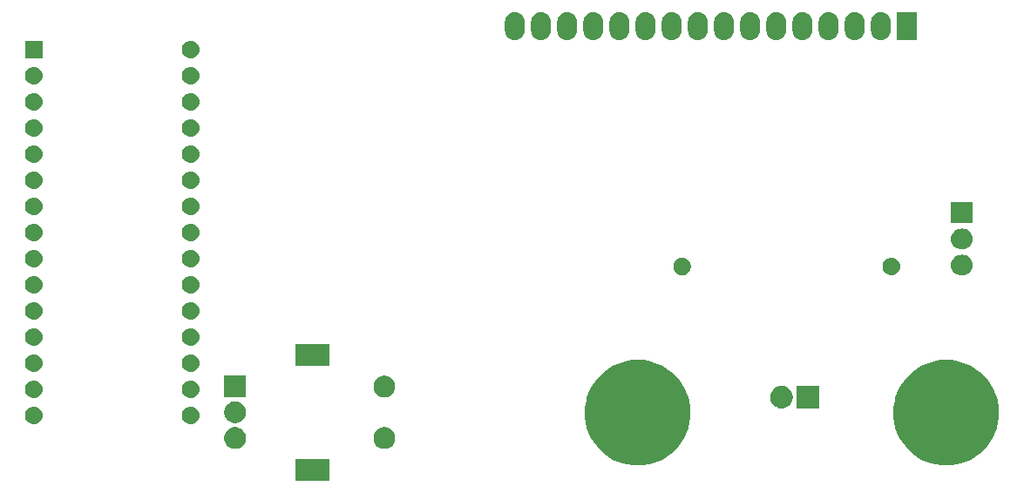
<source format=gbr>
G04 #@! TF.GenerationSoftware,KiCad,Pcbnew,(5.1.2)-1*
G04 #@! TF.CreationDate,2020-03-13T00:19:03-07:00*
G04 #@! TF.ProjectId,progrmmable-load,70726f67-726d-46d6-9162-6c652d6c6f61,rev?*
G04 #@! TF.SameCoordinates,Original*
G04 #@! TF.FileFunction,Soldermask,Bot*
G04 #@! TF.FilePolarity,Negative*
%FSLAX46Y46*%
G04 Gerber Fmt 4.6, Leading zero omitted, Abs format (unit mm)*
G04 Created by KiCad (PCBNEW (5.1.2)-1) date 2020-03-13 00:19:03*
%MOMM*%
%LPD*%
G04 APERTURE LIST*
%ADD10C,0.100000*%
G04 APERTURE END LIST*
D10*
G36*
X120149000Y-145422000D02*
G01*
X116847000Y-145422000D01*
X116847000Y-143320000D01*
X120149000Y-143320000D01*
X120149000Y-145422000D01*
X120149000Y-145422000D01*
G37*
G36*
X181087008Y-133778590D02*
G01*
X181582658Y-133877181D01*
X182516440Y-134263967D01*
X183356822Y-134825492D01*
X184071508Y-135540178D01*
X184633033Y-136380560D01*
X185019819Y-137314342D01*
X185078261Y-137608150D01*
X185217000Y-138305639D01*
X185217000Y-139316361D01*
X185140215Y-139702384D01*
X185019819Y-140307658D01*
X184633033Y-141241440D01*
X184071508Y-142081822D01*
X183356822Y-142796508D01*
X182516440Y-143358033D01*
X181582658Y-143744819D01*
X181087009Y-143843409D01*
X180591361Y-143942000D01*
X179580639Y-143942000D01*
X179084991Y-143843409D01*
X178589342Y-143744819D01*
X177655560Y-143358033D01*
X176815178Y-142796508D01*
X176100492Y-142081822D01*
X175538967Y-141241440D01*
X175152181Y-140307658D01*
X175031785Y-139702384D01*
X174955000Y-139316361D01*
X174955000Y-138305639D01*
X175093739Y-137608150D01*
X175152181Y-137314342D01*
X175538967Y-136380560D01*
X176100492Y-135540178D01*
X176815178Y-134825492D01*
X177655560Y-134263967D01*
X178589342Y-133877181D01*
X179084992Y-133778590D01*
X179580639Y-133680000D01*
X180591361Y-133680000D01*
X181087008Y-133778590D01*
X181087008Y-133778590D01*
G37*
G36*
X151117008Y-133778590D02*
G01*
X151612658Y-133877181D01*
X152546440Y-134263967D01*
X153386822Y-134825492D01*
X154101508Y-135540178D01*
X154663033Y-136380560D01*
X155049819Y-137314342D01*
X155108261Y-137608150D01*
X155247000Y-138305639D01*
X155247000Y-139316361D01*
X155170215Y-139702384D01*
X155049819Y-140307658D01*
X154663033Y-141241440D01*
X154101508Y-142081822D01*
X153386822Y-142796508D01*
X152546440Y-143358033D01*
X151612658Y-143744819D01*
X151117009Y-143843409D01*
X150621361Y-143942000D01*
X149610639Y-143942000D01*
X149114991Y-143843409D01*
X148619342Y-143744819D01*
X147685560Y-143358033D01*
X146845178Y-142796508D01*
X146130492Y-142081822D01*
X145568967Y-141241440D01*
X145182181Y-140307658D01*
X145061785Y-139702384D01*
X144985000Y-139316361D01*
X144985000Y-138305639D01*
X145123739Y-137608150D01*
X145182181Y-137314342D01*
X145568967Y-136380560D01*
X146130492Y-135540178D01*
X146845178Y-134825492D01*
X147685560Y-134263967D01*
X148619342Y-133877181D01*
X149114992Y-133778590D01*
X149610639Y-133680000D01*
X150621361Y-133680000D01*
X151117008Y-133778590D01*
X151117008Y-133778590D01*
G37*
G36*
X111304564Y-140260389D02*
G01*
X111495833Y-140339615D01*
X111495835Y-140339616D01*
X111667973Y-140454635D01*
X111814365Y-140601027D01*
X111929385Y-140773167D01*
X112008611Y-140964436D01*
X112049000Y-141167484D01*
X112049000Y-141374516D01*
X112008611Y-141577564D01*
X111929385Y-141768833D01*
X111929384Y-141768835D01*
X111814365Y-141940973D01*
X111667973Y-142087365D01*
X111495835Y-142202384D01*
X111495834Y-142202385D01*
X111495833Y-142202385D01*
X111304564Y-142281611D01*
X111101516Y-142322000D01*
X110894484Y-142322000D01*
X110691436Y-142281611D01*
X110500167Y-142202385D01*
X110500166Y-142202385D01*
X110500165Y-142202384D01*
X110328027Y-142087365D01*
X110181635Y-141940973D01*
X110066616Y-141768835D01*
X110066615Y-141768833D01*
X109987389Y-141577564D01*
X109947000Y-141374516D01*
X109947000Y-141167484D01*
X109987389Y-140964436D01*
X110066615Y-140773167D01*
X110181635Y-140601027D01*
X110328027Y-140454635D01*
X110500165Y-140339616D01*
X110500167Y-140339615D01*
X110691436Y-140260389D01*
X110894484Y-140220000D01*
X111101516Y-140220000D01*
X111304564Y-140260389D01*
X111304564Y-140260389D01*
G37*
G36*
X125804564Y-140260389D02*
G01*
X125995833Y-140339615D01*
X125995835Y-140339616D01*
X126167973Y-140454635D01*
X126314365Y-140601027D01*
X126429385Y-140773167D01*
X126508611Y-140964436D01*
X126549000Y-141167484D01*
X126549000Y-141374516D01*
X126508611Y-141577564D01*
X126429385Y-141768833D01*
X126429384Y-141768835D01*
X126314365Y-141940973D01*
X126167973Y-142087365D01*
X125995835Y-142202384D01*
X125995834Y-142202385D01*
X125995833Y-142202385D01*
X125804564Y-142281611D01*
X125601516Y-142322000D01*
X125394484Y-142322000D01*
X125191436Y-142281611D01*
X125000167Y-142202385D01*
X125000166Y-142202385D01*
X125000165Y-142202384D01*
X124828027Y-142087365D01*
X124681635Y-141940973D01*
X124566616Y-141768835D01*
X124566615Y-141768833D01*
X124487389Y-141577564D01*
X124447000Y-141374516D01*
X124447000Y-141167484D01*
X124487389Y-140964436D01*
X124566615Y-140773167D01*
X124681635Y-140601027D01*
X124828027Y-140454635D01*
X125000165Y-140339616D01*
X125000167Y-140339615D01*
X125191436Y-140260389D01*
X125394484Y-140220000D01*
X125601516Y-140220000D01*
X125804564Y-140260389D01*
X125804564Y-140260389D01*
G37*
G36*
X91606823Y-138226313D02*
G01*
X91767242Y-138274976D01*
X91899537Y-138345689D01*
X91915078Y-138353996D01*
X92044659Y-138460341D01*
X92151004Y-138589922D01*
X92151005Y-138589924D01*
X92230024Y-138737758D01*
X92278687Y-138898177D01*
X92295117Y-139065000D01*
X92278687Y-139231823D01*
X92230024Y-139392242D01*
X92159114Y-139524906D01*
X92151004Y-139540078D01*
X92044659Y-139669659D01*
X91915078Y-139776004D01*
X91915076Y-139776005D01*
X91767242Y-139855024D01*
X91606823Y-139903687D01*
X91481804Y-139916000D01*
X91398196Y-139916000D01*
X91273177Y-139903687D01*
X91112758Y-139855024D01*
X90964924Y-139776005D01*
X90964922Y-139776004D01*
X90835341Y-139669659D01*
X90728996Y-139540078D01*
X90720886Y-139524906D01*
X90649976Y-139392242D01*
X90601313Y-139231823D01*
X90584883Y-139065000D01*
X90601313Y-138898177D01*
X90649976Y-138737758D01*
X90728995Y-138589924D01*
X90728996Y-138589922D01*
X90835341Y-138460341D01*
X90964922Y-138353996D01*
X90980463Y-138345689D01*
X91112758Y-138274976D01*
X91273177Y-138226313D01*
X91398196Y-138214000D01*
X91481804Y-138214000D01*
X91606823Y-138226313D01*
X91606823Y-138226313D01*
G37*
G36*
X106846823Y-138226313D02*
G01*
X107007242Y-138274976D01*
X107139537Y-138345689D01*
X107155078Y-138353996D01*
X107284659Y-138460341D01*
X107391004Y-138589922D01*
X107391005Y-138589924D01*
X107470024Y-138737758D01*
X107518687Y-138898177D01*
X107535117Y-139065000D01*
X107518687Y-139231823D01*
X107470024Y-139392242D01*
X107399114Y-139524906D01*
X107391004Y-139540078D01*
X107284659Y-139669659D01*
X107155078Y-139776004D01*
X107155076Y-139776005D01*
X107007242Y-139855024D01*
X106846823Y-139903687D01*
X106721804Y-139916000D01*
X106638196Y-139916000D01*
X106513177Y-139903687D01*
X106352758Y-139855024D01*
X106204924Y-139776005D01*
X106204922Y-139776004D01*
X106075341Y-139669659D01*
X105968996Y-139540078D01*
X105960886Y-139524906D01*
X105889976Y-139392242D01*
X105841313Y-139231823D01*
X105824883Y-139065000D01*
X105841313Y-138898177D01*
X105889976Y-138737758D01*
X105968995Y-138589924D01*
X105968996Y-138589922D01*
X106075341Y-138460341D01*
X106204922Y-138353996D01*
X106220463Y-138345689D01*
X106352758Y-138274976D01*
X106513177Y-138226313D01*
X106638196Y-138214000D01*
X106721804Y-138214000D01*
X106846823Y-138226313D01*
X106846823Y-138226313D01*
G37*
G36*
X111304564Y-137760389D02*
G01*
X111495833Y-137839615D01*
X111495835Y-137839616D01*
X111667973Y-137954635D01*
X111814365Y-138101027D01*
X111929385Y-138273167D01*
X112008611Y-138464436D01*
X112049000Y-138667484D01*
X112049000Y-138874516D01*
X112008611Y-139077564D01*
X111944715Y-139231823D01*
X111929384Y-139268835D01*
X111814365Y-139440973D01*
X111667973Y-139587365D01*
X111495835Y-139702384D01*
X111495834Y-139702385D01*
X111495833Y-139702385D01*
X111304564Y-139781611D01*
X111101516Y-139822000D01*
X110894484Y-139822000D01*
X110691436Y-139781611D01*
X110500167Y-139702385D01*
X110500166Y-139702385D01*
X110500165Y-139702384D01*
X110328027Y-139587365D01*
X110181635Y-139440973D01*
X110066616Y-139268835D01*
X110051285Y-139231823D01*
X109987389Y-139077564D01*
X109947000Y-138874516D01*
X109947000Y-138667484D01*
X109987389Y-138464436D01*
X110066615Y-138273167D01*
X110181635Y-138101027D01*
X110328027Y-137954635D01*
X110500165Y-137839616D01*
X110500167Y-137839615D01*
X110691436Y-137760389D01*
X110894484Y-137720000D01*
X111101516Y-137720000D01*
X111304564Y-137760389D01*
X111304564Y-137760389D01*
G37*
G36*
X167725000Y-138388000D02*
G01*
X165523000Y-138388000D01*
X165523000Y-136186000D01*
X167725000Y-136186000D01*
X167725000Y-138388000D01*
X167725000Y-138388000D01*
G37*
G36*
X164298794Y-136207155D02*
G01*
X164405150Y-136228311D01*
X164505334Y-136269809D01*
X164605520Y-136311307D01*
X164785844Y-136431795D01*
X164939205Y-136585156D01*
X165059693Y-136765480D01*
X165095630Y-136852239D01*
X165132385Y-136940973D01*
X165142689Y-136965851D01*
X165185000Y-137178560D01*
X165185000Y-137395440D01*
X165142689Y-137608149D01*
X165059693Y-137808520D01*
X164939205Y-137988844D01*
X164785844Y-138142205D01*
X164605520Y-138262693D01*
X164405150Y-138345689D01*
X164298795Y-138366844D01*
X164192440Y-138388000D01*
X163975560Y-138388000D01*
X163869205Y-138366844D01*
X163762850Y-138345689D01*
X163562480Y-138262693D01*
X163382156Y-138142205D01*
X163228795Y-137988844D01*
X163108307Y-137808520D01*
X163025311Y-137608149D01*
X162983000Y-137395440D01*
X162983000Y-137178560D01*
X163025311Y-136965851D01*
X163035616Y-136940973D01*
X163072370Y-136852239D01*
X163108307Y-136765480D01*
X163228795Y-136585156D01*
X163382156Y-136431795D01*
X163562480Y-136311307D01*
X163662666Y-136269809D01*
X163762850Y-136228311D01*
X163869206Y-136207155D01*
X163975560Y-136186000D01*
X164192440Y-136186000D01*
X164298794Y-136207155D01*
X164298794Y-136207155D01*
G37*
G36*
X106846823Y-135686313D02*
G01*
X107007242Y-135734976D01*
X107078692Y-135773167D01*
X107155078Y-135813996D01*
X107284659Y-135920341D01*
X107391004Y-136049922D01*
X107391005Y-136049924D01*
X107470024Y-136197758D01*
X107518687Y-136358177D01*
X107535117Y-136525000D01*
X107518687Y-136691823D01*
X107470024Y-136852242D01*
X107422596Y-136940973D01*
X107391004Y-137000078D01*
X107284659Y-137129659D01*
X107155078Y-137236004D01*
X107155076Y-137236005D01*
X107007242Y-137315024D01*
X106846823Y-137363687D01*
X106721804Y-137376000D01*
X106638196Y-137376000D01*
X106513177Y-137363687D01*
X106352758Y-137315024D01*
X106204924Y-137236005D01*
X106204922Y-137236004D01*
X106075341Y-137129659D01*
X105968996Y-137000078D01*
X105937404Y-136940973D01*
X105889976Y-136852242D01*
X105841313Y-136691823D01*
X105824883Y-136525000D01*
X105841313Y-136358177D01*
X105889976Y-136197758D01*
X105968995Y-136049924D01*
X105968996Y-136049922D01*
X106075341Y-135920341D01*
X106204922Y-135813996D01*
X106281308Y-135773167D01*
X106352758Y-135734976D01*
X106513177Y-135686313D01*
X106638196Y-135674000D01*
X106721804Y-135674000D01*
X106846823Y-135686313D01*
X106846823Y-135686313D01*
G37*
G36*
X91606823Y-135686313D02*
G01*
X91767242Y-135734976D01*
X91838692Y-135773167D01*
X91915078Y-135813996D01*
X92044659Y-135920341D01*
X92151004Y-136049922D01*
X92151005Y-136049924D01*
X92230024Y-136197758D01*
X92278687Y-136358177D01*
X92295117Y-136525000D01*
X92278687Y-136691823D01*
X92230024Y-136852242D01*
X92182596Y-136940973D01*
X92151004Y-137000078D01*
X92044659Y-137129659D01*
X91915078Y-137236004D01*
X91915076Y-137236005D01*
X91767242Y-137315024D01*
X91606823Y-137363687D01*
X91481804Y-137376000D01*
X91398196Y-137376000D01*
X91273177Y-137363687D01*
X91112758Y-137315024D01*
X90964924Y-137236005D01*
X90964922Y-137236004D01*
X90835341Y-137129659D01*
X90728996Y-137000078D01*
X90697404Y-136940973D01*
X90649976Y-136852242D01*
X90601313Y-136691823D01*
X90584883Y-136525000D01*
X90601313Y-136358177D01*
X90649976Y-136197758D01*
X90728995Y-136049924D01*
X90728996Y-136049922D01*
X90835341Y-135920341D01*
X90964922Y-135813996D01*
X91041308Y-135773167D01*
X91112758Y-135734976D01*
X91273177Y-135686313D01*
X91398196Y-135674000D01*
X91481804Y-135674000D01*
X91606823Y-135686313D01*
X91606823Y-135686313D01*
G37*
G36*
X112049000Y-137322000D02*
G01*
X109947000Y-137322000D01*
X109947000Y-135220000D01*
X112049000Y-135220000D01*
X112049000Y-137322000D01*
X112049000Y-137322000D01*
G37*
G36*
X125804564Y-135260389D02*
G01*
X125995833Y-135339615D01*
X125995835Y-135339616D01*
X126167973Y-135454635D01*
X126314365Y-135601027D01*
X126429385Y-135773167D01*
X126508611Y-135964436D01*
X126549000Y-136167484D01*
X126549000Y-136374516D01*
X126508611Y-136577564D01*
X126430774Y-136765480D01*
X126429384Y-136768835D01*
X126314365Y-136940973D01*
X126167973Y-137087365D01*
X125995835Y-137202384D01*
X125995834Y-137202385D01*
X125995833Y-137202385D01*
X125804564Y-137281611D01*
X125601516Y-137322000D01*
X125394484Y-137322000D01*
X125191436Y-137281611D01*
X125000167Y-137202385D01*
X125000166Y-137202385D01*
X125000165Y-137202384D01*
X124828027Y-137087365D01*
X124681635Y-136940973D01*
X124566616Y-136768835D01*
X124565226Y-136765480D01*
X124487389Y-136577564D01*
X124447000Y-136374516D01*
X124447000Y-136167484D01*
X124487389Y-135964436D01*
X124566615Y-135773167D01*
X124681635Y-135601027D01*
X124828027Y-135454635D01*
X125000165Y-135339616D01*
X125000167Y-135339615D01*
X125191436Y-135260389D01*
X125394484Y-135220000D01*
X125601516Y-135220000D01*
X125804564Y-135260389D01*
X125804564Y-135260389D01*
G37*
G36*
X91606823Y-133146313D02*
G01*
X91767242Y-133194976D01*
X91899906Y-133265886D01*
X91915078Y-133273996D01*
X92044659Y-133380341D01*
X92151004Y-133509922D01*
X92151005Y-133509924D01*
X92230024Y-133657758D01*
X92278687Y-133818177D01*
X92295117Y-133985000D01*
X92278687Y-134151823D01*
X92230024Y-134312242D01*
X92159114Y-134444906D01*
X92151004Y-134460078D01*
X92044659Y-134589659D01*
X91915078Y-134696004D01*
X91915076Y-134696005D01*
X91767242Y-134775024D01*
X91606823Y-134823687D01*
X91481804Y-134836000D01*
X91398196Y-134836000D01*
X91273177Y-134823687D01*
X91112758Y-134775024D01*
X90964924Y-134696005D01*
X90964922Y-134696004D01*
X90835341Y-134589659D01*
X90728996Y-134460078D01*
X90720886Y-134444906D01*
X90649976Y-134312242D01*
X90601313Y-134151823D01*
X90584883Y-133985000D01*
X90601313Y-133818177D01*
X90649976Y-133657758D01*
X90728995Y-133509924D01*
X90728996Y-133509922D01*
X90835341Y-133380341D01*
X90964922Y-133273996D01*
X90980094Y-133265886D01*
X91112758Y-133194976D01*
X91273177Y-133146313D01*
X91398196Y-133134000D01*
X91481804Y-133134000D01*
X91606823Y-133146313D01*
X91606823Y-133146313D01*
G37*
G36*
X106846823Y-133146313D02*
G01*
X107007242Y-133194976D01*
X107139906Y-133265886D01*
X107155078Y-133273996D01*
X107284659Y-133380341D01*
X107391004Y-133509922D01*
X107391005Y-133509924D01*
X107470024Y-133657758D01*
X107518687Y-133818177D01*
X107535117Y-133985000D01*
X107518687Y-134151823D01*
X107470024Y-134312242D01*
X107399114Y-134444906D01*
X107391004Y-134460078D01*
X107284659Y-134589659D01*
X107155078Y-134696004D01*
X107155076Y-134696005D01*
X107007242Y-134775024D01*
X106846823Y-134823687D01*
X106721804Y-134836000D01*
X106638196Y-134836000D01*
X106513177Y-134823687D01*
X106352758Y-134775024D01*
X106204924Y-134696005D01*
X106204922Y-134696004D01*
X106075341Y-134589659D01*
X105968996Y-134460078D01*
X105960886Y-134444906D01*
X105889976Y-134312242D01*
X105841313Y-134151823D01*
X105824883Y-133985000D01*
X105841313Y-133818177D01*
X105889976Y-133657758D01*
X105968995Y-133509924D01*
X105968996Y-133509922D01*
X106075341Y-133380341D01*
X106204922Y-133273996D01*
X106220094Y-133265886D01*
X106352758Y-133194976D01*
X106513177Y-133146313D01*
X106638196Y-133134000D01*
X106721804Y-133134000D01*
X106846823Y-133146313D01*
X106846823Y-133146313D01*
G37*
G36*
X120149000Y-134222000D02*
G01*
X116847000Y-134222000D01*
X116847000Y-132120000D01*
X120149000Y-132120000D01*
X120149000Y-134222000D01*
X120149000Y-134222000D01*
G37*
G36*
X91606823Y-130606313D02*
G01*
X91767242Y-130654976D01*
X91899906Y-130725886D01*
X91915078Y-130733996D01*
X92044659Y-130840341D01*
X92151004Y-130969922D01*
X92151005Y-130969924D01*
X92230024Y-131117758D01*
X92278687Y-131278177D01*
X92295117Y-131445000D01*
X92278687Y-131611823D01*
X92230024Y-131772242D01*
X92159114Y-131904906D01*
X92151004Y-131920078D01*
X92044659Y-132049659D01*
X91915078Y-132156004D01*
X91915076Y-132156005D01*
X91767242Y-132235024D01*
X91606823Y-132283687D01*
X91481804Y-132296000D01*
X91398196Y-132296000D01*
X91273177Y-132283687D01*
X91112758Y-132235024D01*
X90964924Y-132156005D01*
X90964922Y-132156004D01*
X90835341Y-132049659D01*
X90728996Y-131920078D01*
X90720886Y-131904906D01*
X90649976Y-131772242D01*
X90601313Y-131611823D01*
X90584883Y-131445000D01*
X90601313Y-131278177D01*
X90649976Y-131117758D01*
X90728995Y-130969924D01*
X90728996Y-130969922D01*
X90835341Y-130840341D01*
X90964922Y-130733996D01*
X90980094Y-130725886D01*
X91112758Y-130654976D01*
X91273177Y-130606313D01*
X91398196Y-130594000D01*
X91481804Y-130594000D01*
X91606823Y-130606313D01*
X91606823Y-130606313D01*
G37*
G36*
X106846823Y-130606313D02*
G01*
X107007242Y-130654976D01*
X107139906Y-130725886D01*
X107155078Y-130733996D01*
X107284659Y-130840341D01*
X107391004Y-130969922D01*
X107391005Y-130969924D01*
X107470024Y-131117758D01*
X107518687Y-131278177D01*
X107535117Y-131445000D01*
X107518687Y-131611823D01*
X107470024Y-131772242D01*
X107399114Y-131904906D01*
X107391004Y-131920078D01*
X107284659Y-132049659D01*
X107155078Y-132156004D01*
X107155076Y-132156005D01*
X107007242Y-132235024D01*
X106846823Y-132283687D01*
X106721804Y-132296000D01*
X106638196Y-132296000D01*
X106513177Y-132283687D01*
X106352758Y-132235024D01*
X106204924Y-132156005D01*
X106204922Y-132156004D01*
X106075341Y-132049659D01*
X105968996Y-131920078D01*
X105960886Y-131904906D01*
X105889976Y-131772242D01*
X105841313Y-131611823D01*
X105824883Y-131445000D01*
X105841313Y-131278177D01*
X105889976Y-131117758D01*
X105968995Y-130969924D01*
X105968996Y-130969922D01*
X106075341Y-130840341D01*
X106204922Y-130733996D01*
X106220094Y-130725886D01*
X106352758Y-130654976D01*
X106513177Y-130606313D01*
X106638196Y-130594000D01*
X106721804Y-130594000D01*
X106846823Y-130606313D01*
X106846823Y-130606313D01*
G37*
G36*
X91606823Y-128066313D02*
G01*
X91767242Y-128114976D01*
X91899906Y-128185886D01*
X91915078Y-128193996D01*
X92044659Y-128300341D01*
X92151004Y-128429922D01*
X92151005Y-128429924D01*
X92230024Y-128577758D01*
X92278687Y-128738177D01*
X92295117Y-128905000D01*
X92278687Y-129071823D01*
X92230024Y-129232242D01*
X92159114Y-129364906D01*
X92151004Y-129380078D01*
X92044659Y-129509659D01*
X91915078Y-129616004D01*
X91915076Y-129616005D01*
X91767242Y-129695024D01*
X91606823Y-129743687D01*
X91481804Y-129756000D01*
X91398196Y-129756000D01*
X91273177Y-129743687D01*
X91112758Y-129695024D01*
X90964924Y-129616005D01*
X90964922Y-129616004D01*
X90835341Y-129509659D01*
X90728996Y-129380078D01*
X90720886Y-129364906D01*
X90649976Y-129232242D01*
X90601313Y-129071823D01*
X90584883Y-128905000D01*
X90601313Y-128738177D01*
X90649976Y-128577758D01*
X90728995Y-128429924D01*
X90728996Y-128429922D01*
X90835341Y-128300341D01*
X90964922Y-128193996D01*
X90980094Y-128185886D01*
X91112758Y-128114976D01*
X91273177Y-128066313D01*
X91398196Y-128054000D01*
X91481804Y-128054000D01*
X91606823Y-128066313D01*
X91606823Y-128066313D01*
G37*
G36*
X106846823Y-128066313D02*
G01*
X107007242Y-128114976D01*
X107139906Y-128185886D01*
X107155078Y-128193996D01*
X107284659Y-128300341D01*
X107391004Y-128429922D01*
X107391005Y-128429924D01*
X107470024Y-128577758D01*
X107518687Y-128738177D01*
X107535117Y-128905000D01*
X107518687Y-129071823D01*
X107470024Y-129232242D01*
X107399114Y-129364906D01*
X107391004Y-129380078D01*
X107284659Y-129509659D01*
X107155078Y-129616004D01*
X107155076Y-129616005D01*
X107007242Y-129695024D01*
X106846823Y-129743687D01*
X106721804Y-129756000D01*
X106638196Y-129756000D01*
X106513177Y-129743687D01*
X106352758Y-129695024D01*
X106204924Y-129616005D01*
X106204922Y-129616004D01*
X106075341Y-129509659D01*
X105968996Y-129380078D01*
X105960886Y-129364906D01*
X105889976Y-129232242D01*
X105841313Y-129071823D01*
X105824883Y-128905000D01*
X105841313Y-128738177D01*
X105889976Y-128577758D01*
X105968995Y-128429924D01*
X105968996Y-128429922D01*
X106075341Y-128300341D01*
X106204922Y-128193996D01*
X106220094Y-128185886D01*
X106352758Y-128114976D01*
X106513177Y-128066313D01*
X106638196Y-128054000D01*
X106721804Y-128054000D01*
X106846823Y-128066313D01*
X106846823Y-128066313D01*
G37*
G36*
X106846823Y-125526313D02*
G01*
X107007242Y-125574976D01*
X107139906Y-125645886D01*
X107155078Y-125653996D01*
X107284659Y-125760341D01*
X107391004Y-125889922D01*
X107391005Y-125889924D01*
X107470024Y-126037758D01*
X107518687Y-126198177D01*
X107535117Y-126365000D01*
X107518687Y-126531823D01*
X107470024Y-126692242D01*
X107399114Y-126824906D01*
X107391004Y-126840078D01*
X107284659Y-126969659D01*
X107155078Y-127076004D01*
X107155076Y-127076005D01*
X107007242Y-127155024D01*
X106846823Y-127203687D01*
X106721804Y-127216000D01*
X106638196Y-127216000D01*
X106513177Y-127203687D01*
X106352758Y-127155024D01*
X106204924Y-127076005D01*
X106204922Y-127076004D01*
X106075341Y-126969659D01*
X105968996Y-126840078D01*
X105960886Y-126824906D01*
X105889976Y-126692242D01*
X105841313Y-126531823D01*
X105824883Y-126365000D01*
X105841313Y-126198177D01*
X105889976Y-126037758D01*
X105968995Y-125889924D01*
X105968996Y-125889922D01*
X106075341Y-125760341D01*
X106204922Y-125653996D01*
X106220094Y-125645886D01*
X106352758Y-125574976D01*
X106513177Y-125526313D01*
X106638196Y-125514000D01*
X106721804Y-125514000D01*
X106846823Y-125526313D01*
X106846823Y-125526313D01*
G37*
G36*
X91606823Y-125526313D02*
G01*
X91767242Y-125574976D01*
X91899906Y-125645886D01*
X91915078Y-125653996D01*
X92044659Y-125760341D01*
X92151004Y-125889922D01*
X92151005Y-125889924D01*
X92230024Y-126037758D01*
X92278687Y-126198177D01*
X92295117Y-126365000D01*
X92278687Y-126531823D01*
X92230024Y-126692242D01*
X92159114Y-126824906D01*
X92151004Y-126840078D01*
X92044659Y-126969659D01*
X91915078Y-127076004D01*
X91915076Y-127076005D01*
X91767242Y-127155024D01*
X91606823Y-127203687D01*
X91481804Y-127216000D01*
X91398196Y-127216000D01*
X91273177Y-127203687D01*
X91112758Y-127155024D01*
X90964924Y-127076005D01*
X90964922Y-127076004D01*
X90835341Y-126969659D01*
X90728996Y-126840078D01*
X90720886Y-126824906D01*
X90649976Y-126692242D01*
X90601313Y-126531823D01*
X90584883Y-126365000D01*
X90601313Y-126198177D01*
X90649976Y-126037758D01*
X90728995Y-125889924D01*
X90728996Y-125889922D01*
X90835341Y-125760341D01*
X90964922Y-125653996D01*
X90980094Y-125645886D01*
X91112758Y-125574976D01*
X91273177Y-125526313D01*
X91398196Y-125514000D01*
X91481804Y-125514000D01*
X91606823Y-125526313D01*
X91606823Y-125526313D01*
G37*
G36*
X181755936Y-123461340D02*
G01*
X181854220Y-123471020D01*
X182043381Y-123528401D01*
X182217712Y-123621583D01*
X182370515Y-123746985D01*
X182495917Y-123899788D01*
X182589099Y-124074119D01*
X182646480Y-124263280D01*
X182665855Y-124460000D01*
X182646480Y-124656720D01*
X182589099Y-124845881D01*
X182495917Y-125020212D01*
X182370515Y-125173015D01*
X182217712Y-125298417D01*
X182043381Y-125391599D01*
X181854220Y-125448980D01*
X181755936Y-125458660D01*
X181706795Y-125463500D01*
X181513205Y-125463500D01*
X181464064Y-125458660D01*
X181365780Y-125448980D01*
X181176619Y-125391599D01*
X181002288Y-125298417D01*
X180849485Y-125173015D01*
X180724083Y-125020212D01*
X180630901Y-124845881D01*
X180573520Y-124656720D01*
X180554145Y-124460000D01*
X180573520Y-124263280D01*
X180630901Y-124074119D01*
X180724083Y-123899788D01*
X180849485Y-123746985D01*
X181002288Y-123621583D01*
X181176619Y-123528401D01*
X181365780Y-123471020D01*
X181464064Y-123461340D01*
X181513205Y-123456500D01*
X181706795Y-123456500D01*
X181755936Y-123461340D01*
X181755936Y-123461340D01*
G37*
G36*
X154680228Y-123768703D02*
G01*
X154835100Y-123832853D01*
X154974481Y-123925985D01*
X155093015Y-124044519D01*
X155186147Y-124183900D01*
X155250297Y-124338772D01*
X155283000Y-124503184D01*
X155283000Y-124670816D01*
X155250297Y-124835228D01*
X155186147Y-124990100D01*
X155093015Y-125129481D01*
X154974481Y-125248015D01*
X154835100Y-125341147D01*
X154680228Y-125405297D01*
X154515816Y-125438000D01*
X154348184Y-125438000D01*
X154183772Y-125405297D01*
X154028900Y-125341147D01*
X153889519Y-125248015D01*
X153770985Y-125129481D01*
X153677853Y-124990100D01*
X153613703Y-124835228D01*
X153581000Y-124670816D01*
X153581000Y-124503184D01*
X153613703Y-124338772D01*
X153677853Y-124183900D01*
X153770985Y-124044519D01*
X153889519Y-123925985D01*
X154028900Y-123832853D01*
X154183772Y-123768703D01*
X154348184Y-123736000D01*
X154515816Y-123736000D01*
X154680228Y-123768703D01*
X154680228Y-123768703D01*
G37*
G36*
X174918823Y-123748313D02*
G01*
X175079242Y-123796976D01*
X175146361Y-123832852D01*
X175227078Y-123875996D01*
X175356659Y-123982341D01*
X175463004Y-124111922D01*
X175463005Y-124111924D01*
X175542024Y-124259758D01*
X175590687Y-124420177D01*
X175607117Y-124587000D01*
X175590687Y-124753823D01*
X175542024Y-124914242D01*
X175501477Y-124990100D01*
X175463004Y-125062078D01*
X175356659Y-125191659D01*
X175227078Y-125298004D01*
X175227076Y-125298005D01*
X175079242Y-125377024D01*
X174918823Y-125425687D01*
X174793804Y-125438000D01*
X174710196Y-125438000D01*
X174585177Y-125425687D01*
X174424758Y-125377024D01*
X174276924Y-125298005D01*
X174276922Y-125298004D01*
X174147341Y-125191659D01*
X174040996Y-125062078D01*
X174002523Y-124990100D01*
X173961976Y-124914242D01*
X173913313Y-124753823D01*
X173896883Y-124587000D01*
X173913313Y-124420177D01*
X173961976Y-124259758D01*
X174040995Y-124111924D01*
X174040996Y-124111922D01*
X174147341Y-123982341D01*
X174276922Y-123875996D01*
X174357639Y-123832852D01*
X174424758Y-123796976D01*
X174585177Y-123748313D01*
X174710196Y-123736000D01*
X174793804Y-123736000D01*
X174918823Y-123748313D01*
X174918823Y-123748313D01*
G37*
G36*
X106846823Y-122986313D02*
G01*
X107007242Y-123034976D01*
X107139906Y-123105886D01*
X107155078Y-123113996D01*
X107284659Y-123220341D01*
X107391004Y-123349922D01*
X107391005Y-123349924D01*
X107470024Y-123497758D01*
X107518687Y-123658177D01*
X107535117Y-123825000D01*
X107518687Y-123991823D01*
X107470024Y-124152242D01*
X107412555Y-124259758D01*
X107391004Y-124300078D01*
X107284659Y-124429659D01*
X107155078Y-124536004D01*
X107155076Y-124536005D01*
X107007242Y-124615024D01*
X106846823Y-124663687D01*
X106721804Y-124676000D01*
X106638196Y-124676000D01*
X106513177Y-124663687D01*
X106352758Y-124615024D01*
X106204924Y-124536005D01*
X106204922Y-124536004D01*
X106075341Y-124429659D01*
X105968996Y-124300078D01*
X105947445Y-124259758D01*
X105889976Y-124152242D01*
X105841313Y-123991823D01*
X105824883Y-123825000D01*
X105841313Y-123658177D01*
X105889976Y-123497758D01*
X105968995Y-123349924D01*
X105968996Y-123349922D01*
X106075341Y-123220341D01*
X106204922Y-123113996D01*
X106220094Y-123105886D01*
X106352758Y-123034976D01*
X106513177Y-122986313D01*
X106638196Y-122974000D01*
X106721804Y-122974000D01*
X106846823Y-122986313D01*
X106846823Y-122986313D01*
G37*
G36*
X91606823Y-122986313D02*
G01*
X91767242Y-123034976D01*
X91899906Y-123105886D01*
X91915078Y-123113996D01*
X92044659Y-123220341D01*
X92151004Y-123349922D01*
X92151005Y-123349924D01*
X92230024Y-123497758D01*
X92278687Y-123658177D01*
X92295117Y-123825000D01*
X92278687Y-123991823D01*
X92230024Y-124152242D01*
X92172555Y-124259758D01*
X92151004Y-124300078D01*
X92044659Y-124429659D01*
X91915078Y-124536004D01*
X91915076Y-124536005D01*
X91767242Y-124615024D01*
X91606823Y-124663687D01*
X91481804Y-124676000D01*
X91398196Y-124676000D01*
X91273177Y-124663687D01*
X91112758Y-124615024D01*
X90964924Y-124536005D01*
X90964922Y-124536004D01*
X90835341Y-124429659D01*
X90728996Y-124300078D01*
X90707445Y-124259758D01*
X90649976Y-124152242D01*
X90601313Y-123991823D01*
X90584883Y-123825000D01*
X90601313Y-123658177D01*
X90649976Y-123497758D01*
X90728995Y-123349924D01*
X90728996Y-123349922D01*
X90835341Y-123220341D01*
X90964922Y-123113996D01*
X90980094Y-123105886D01*
X91112758Y-123034976D01*
X91273177Y-122986313D01*
X91398196Y-122974000D01*
X91481804Y-122974000D01*
X91606823Y-122986313D01*
X91606823Y-122986313D01*
G37*
G36*
X181755936Y-120921340D02*
G01*
X181854220Y-120931020D01*
X182043381Y-120988401D01*
X182217712Y-121081583D01*
X182370515Y-121206985D01*
X182495917Y-121359788D01*
X182589099Y-121534119D01*
X182646480Y-121723280D01*
X182665855Y-121920000D01*
X182646480Y-122116720D01*
X182589099Y-122305881D01*
X182495917Y-122480212D01*
X182370515Y-122633015D01*
X182217712Y-122758417D01*
X182043381Y-122851599D01*
X181854220Y-122908980D01*
X181755936Y-122918660D01*
X181706795Y-122923500D01*
X181513205Y-122923500D01*
X181464064Y-122918660D01*
X181365780Y-122908980D01*
X181176619Y-122851599D01*
X181002288Y-122758417D01*
X180849485Y-122633015D01*
X180724083Y-122480212D01*
X180630901Y-122305881D01*
X180573520Y-122116720D01*
X180554145Y-121920000D01*
X180573520Y-121723280D01*
X180630901Y-121534119D01*
X180724083Y-121359788D01*
X180849485Y-121206985D01*
X181002288Y-121081583D01*
X181176619Y-120988401D01*
X181365780Y-120931020D01*
X181464064Y-120921340D01*
X181513205Y-120916500D01*
X181706795Y-120916500D01*
X181755936Y-120921340D01*
X181755936Y-120921340D01*
G37*
G36*
X91606823Y-120446313D02*
G01*
X91767242Y-120494976D01*
X91899906Y-120565886D01*
X91915078Y-120573996D01*
X92044659Y-120680341D01*
X92151004Y-120809922D01*
X92151005Y-120809924D01*
X92230024Y-120957758D01*
X92278687Y-121118177D01*
X92295117Y-121285000D01*
X92278687Y-121451823D01*
X92230024Y-121612242D01*
X92170673Y-121723280D01*
X92151004Y-121760078D01*
X92044659Y-121889659D01*
X91915078Y-121996004D01*
X91915076Y-121996005D01*
X91767242Y-122075024D01*
X91606823Y-122123687D01*
X91481804Y-122136000D01*
X91398196Y-122136000D01*
X91273177Y-122123687D01*
X91112758Y-122075024D01*
X90964924Y-121996005D01*
X90964922Y-121996004D01*
X90835341Y-121889659D01*
X90728996Y-121760078D01*
X90709327Y-121723280D01*
X90649976Y-121612242D01*
X90601313Y-121451823D01*
X90584883Y-121285000D01*
X90601313Y-121118177D01*
X90649976Y-120957758D01*
X90728995Y-120809924D01*
X90728996Y-120809922D01*
X90835341Y-120680341D01*
X90964922Y-120573996D01*
X90980094Y-120565886D01*
X91112758Y-120494976D01*
X91273177Y-120446313D01*
X91398196Y-120434000D01*
X91481804Y-120434000D01*
X91606823Y-120446313D01*
X91606823Y-120446313D01*
G37*
G36*
X106846823Y-120446313D02*
G01*
X107007242Y-120494976D01*
X107139906Y-120565886D01*
X107155078Y-120573996D01*
X107284659Y-120680341D01*
X107391004Y-120809922D01*
X107391005Y-120809924D01*
X107470024Y-120957758D01*
X107518687Y-121118177D01*
X107535117Y-121285000D01*
X107518687Y-121451823D01*
X107470024Y-121612242D01*
X107410673Y-121723280D01*
X107391004Y-121760078D01*
X107284659Y-121889659D01*
X107155078Y-121996004D01*
X107155076Y-121996005D01*
X107007242Y-122075024D01*
X106846823Y-122123687D01*
X106721804Y-122136000D01*
X106638196Y-122136000D01*
X106513177Y-122123687D01*
X106352758Y-122075024D01*
X106204924Y-121996005D01*
X106204922Y-121996004D01*
X106075341Y-121889659D01*
X105968996Y-121760078D01*
X105949327Y-121723280D01*
X105889976Y-121612242D01*
X105841313Y-121451823D01*
X105824883Y-121285000D01*
X105841313Y-121118177D01*
X105889976Y-120957758D01*
X105968995Y-120809924D01*
X105968996Y-120809922D01*
X106075341Y-120680341D01*
X106204922Y-120573996D01*
X106220094Y-120565886D01*
X106352758Y-120494976D01*
X106513177Y-120446313D01*
X106638196Y-120434000D01*
X106721804Y-120434000D01*
X106846823Y-120446313D01*
X106846823Y-120446313D01*
G37*
G36*
X182661000Y-120383500D02*
G01*
X180559000Y-120383500D01*
X180559000Y-118376500D01*
X182661000Y-118376500D01*
X182661000Y-120383500D01*
X182661000Y-120383500D01*
G37*
G36*
X91606823Y-117906313D02*
G01*
X91767242Y-117954976D01*
X91899906Y-118025886D01*
X91915078Y-118033996D01*
X92044659Y-118140341D01*
X92151004Y-118269922D01*
X92151005Y-118269924D01*
X92230024Y-118417758D01*
X92278687Y-118578177D01*
X92295117Y-118745000D01*
X92278687Y-118911823D01*
X92230024Y-119072242D01*
X92159114Y-119204906D01*
X92151004Y-119220078D01*
X92044659Y-119349659D01*
X91915078Y-119456004D01*
X91915076Y-119456005D01*
X91767242Y-119535024D01*
X91606823Y-119583687D01*
X91481804Y-119596000D01*
X91398196Y-119596000D01*
X91273177Y-119583687D01*
X91112758Y-119535024D01*
X90964924Y-119456005D01*
X90964922Y-119456004D01*
X90835341Y-119349659D01*
X90728996Y-119220078D01*
X90720886Y-119204906D01*
X90649976Y-119072242D01*
X90601313Y-118911823D01*
X90584883Y-118745000D01*
X90601313Y-118578177D01*
X90649976Y-118417758D01*
X90728995Y-118269924D01*
X90728996Y-118269922D01*
X90835341Y-118140341D01*
X90964922Y-118033996D01*
X90980094Y-118025886D01*
X91112758Y-117954976D01*
X91273177Y-117906313D01*
X91398196Y-117894000D01*
X91481804Y-117894000D01*
X91606823Y-117906313D01*
X91606823Y-117906313D01*
G37*
G36*
X106846823Y-117906313D02*
G01*
X107007242Y-117954976D01*
X107139906Y-118025886D01*
X107155078Y-118033996D01*
X107284659Y-118140341D01*
X107391004Y-118269922D01*
X107391005Y-118269924D01*
X107470024Y-118417758D01*
X107518687Y-118578177D01*
X107535117Y-118745000D01*
X107518687Y-118911823D01*
X107470024Y-119072242D01*
X107399114Y-119204906D01*
X107391004Y-119220078D01*
X107284659Y-119349659D01*
X107155078Y-119456004D01*
X107155076Y-119456005D01*
X107007242Y-119535024D01*
X106846823Y-119583687D01*
X106721804Y-119596000D01*
X106638196Y-119596000D01*
X106513177Y-119583687D01*
X106352758Y-119535024D01*
X106204924Y-119456005D01*
X106204922Y-119456004D01*
X106075341Y-119349659D01*
X105968996Y-119220078D01*
X105960886Y-119204906D01*
X105889976Y-119072242D01*
X105841313Y-118911823D01*
X105824883Y-118745000D01*
X105841313Y-118578177D01*
X105889976Y-118417758D01*
X105968995Y-118269924D01*
X105968996Y-118269922D01*
X106075341Y-118140341D01*
X106204922Y-118033996D01*
X106220094Y-118025886D01*
X106352758Y-117954976D01*
X106513177Y-117906313D01*
X106638196Y-117894000D01*
X106721804Y-117894000D01*
X106846823Y-117906313D01*
X106846823Y-117906313D01*
G37*
G36*
X106846823Y-115366313D02*
G01*
X107007242Y-115414976D01*
X107139906Y-115485886D01*
X107155078Y-115493996D01*
X107284659Y-115600341D01*
X107391004Y-115729922D01*
X107391005Y-115729924D01*
X107470024Y-115877758D01*
X107518687Y-116038177D01*
X107535117Y-116205000D01*
X107518687Y-116371823D01*
X107470024Y-116532242D01*
X107399114Y-116664906D01*
X107391004Y-116680078D01*
X107284659Y-116809659D01*
X107155078Y-116916004D01*
X107155076Y-116916005D01*
X107007242Y-116995024D01*
X106846823Y-117043687D01*
X106721804Y-117056000D01*
X106638196Y-117056000D01*
X106513177Y-117043687D01*
X106352758Y-116995024D01*
X106204924Y-116916005D01*
X106204922Y-116916004D01*
X106075341Y-116809659D01*
X105968996Y-116680078D01*
X105960886Y-116664906D01*
X105889976Y-116532242D01*
X105841313Y-116371823D01*
X105824883Y-116205000D01*
X105841313Y-116038177D01*
X105889976Y-115877758D01*
X105968995Y-115729924D01*
X105968996Y-115729922D01*
X106075341Y-115600341D01*
X106204922Y-115493996D01*
X106220094Y-115485886D01*
X106352758Y-115414976D01*
X106513177Y-115366313D01*
X106638196Y-115354000D01*
X106721804Y-115354000D01*
X106846823Y-115366313D01*
X106846823Y-115366313D01*
G37*
G36*
X91606823Y-115366313D02*
G01*
X91767242Y-115414976D01*
X91899906Y-115485886D01*
X91915078Y-115493996D01*
X92044659Y-115600341D01*
X92151004Y-115729922D01*
X92151005Y-115729924D01*
X92230024Y-115877758D01*
X92278687Y-116038177D01*
X92295117Y-116205000D01*
X92278687Y-116371823D01*
X92230024Y-116532242D01*
X92159114Y-116664906D01*
X92151004Y-116680078D01*
X92044659Y-116809659D01*
X91915078Y-116916004D01*
X91915076Y-116916005D01*
X91767242Y-116995024D01*
X91606823Y-117043687D01*
X91481804Y-117056000D01*
X91398196Y-117056000D01*
X91273177Y-117043687D01*
X91112758Y-116995024D01*
X90964924Y-116916005D01*
X90964922Y-116916004D01*
X90835341Y-116809659D01*
X90728996Y-116680078D01*
X90720886Y-116664906D01*
X90649976Y-116532242D01*
X90601313Y-116371823D01*
X90584883Y-116205000D01*
X90601313Y-116038177D01*
X90649976Y-115877758D01*
X90728995Y-115729924D01*
X90728996Y-115729922D01*
X90835341Y-115600341D01*
X90964922Y-115493996D01*
X90980094Y-115485886D01*
X91112758Y-115414976D01*
X91273177Y-115366313D01*
X91398196Y-115354000D01*
X91481804Y-115354000D01*
X91606823Y-115366313D01*
X91606823Y-115366313D01*
G37*
G36*
X106846823Y-112826313D02*
G01*
X107007242Y-112874976D01*
X107139906Y-112945886D01*
X107155078Y-112953996D01*
X107284659Y-113060341D01*
X107391004Y-113189922D01*
X107391005Y-113189924D01*
X107470024Y-113337758D01*
X107518687Y-113498177D01*
X107535117Y-113665000D01*
X107518687Y-113831823D01*
X107470024Y-113992242D01*
X107399114Y-114124906D01*
X107391004Y-114140078D01*
X107284659Y-114269659D01*
X107155078Y-114376004D01*
X107155076Y-114376005D01*
X107007242Y-114455024D01*
X106846823Y-114503687D01*
X106721804Y-114516000D01*
X106638196Y-114516000D01*
X106513177Y-114503687D01*
X106352758Y-114455024D01*
X106204924Y-114376005D01*
X106204922Y-114376004D01*
X106075341Y-114269659D01*
X105968996Y-114140078D01*
X105960886Y-114124906D01*
X105889976Y-113992242D01*
X105841313Y-113831823D01*
X105824883Y-113665000D01*
X105841313Y-113498177D01*
X105889976Y-113337758D01*
X105968995Y-113189924D01*
X105968996Y-113189922D01*
X106075341Y-113060341D01*
X106204922Y-112953996D01*
X106220094Y-112945886D01*
X106352758Y-112874976D01*
X106513177Y-112826313D01*
X106638196Y-112814000D01*
X106721804Y-112814000D01*
X106846823Y-112826313D01*
X106846823Y-112826313D01*
G37*
G36*
X91606823Y-112826313D02*
G01*
X91767242Y-112874976D01*
X91899906Y-112945886D01*
X91915078Y-112953996D01*
X92044659Y-113060341D01*
X92151004Y-113189922D01*
X92151005Y-113189924D01*
X92230024Y-113337758D01*
X92278687Y-113498177D01*
X92295117Y-113665000D01*
X92278687Y-113831823D01*
X92230024Y-113992242D01*
X92159114Y-114124906D01*
X92151004Y-114140078D01*
X92044659Y-114269659D01*
X91915078Y-114376004D01*
X91915076Y-114376005D01*
X91767242Y-114455024D01*
X91606823Y-114503687D01*
X91481804Y-114516000D01*
X91398196Y-114516000D01*
X91273177Y-114503687D01*
X91112758Y-114455024D01*
X90964924Y-114376005D01*
X90964922Y-114376004D01*
X90835341Y-114269659D01*
X90728996Y-114140078D01*
X90720886Y-114124906D01*
X90649976Y-113992242D01*
X90601313Y-113831823D01*
X90584883Y-113665000D01*
X90601313Y-113498177D01*
X90649976Y-113337758D01*
X90728995Y-113189924D01*
X90728996Y-113189922D01*
X90835341Y-113060341D01*
X90964922Y-112953996D01*
X90980094Y-112945886D01*
X91112758Y-112874976D01*
X91273177Y-112826313D01*
X91398196Y-112814000D01*
X91481804Y-112814000D01*
X91606823Y-112826313D01*
X91606823Y-112826313D01*
G37*
G36*
X91606823Y-110286313D02*
G01*
X91767242Y-110334976D01*
X91899906Y-110405886D01*
X91915078Y-110413996D01*
X92044659Y-110520341D01*
X92151004Y-110649922D01*
X92151005Y-110649924D01*
X92230024Y-110797758D01*
X92278687Y-110958177D01*
X92295117Y-111125000D01*
X92278687Y-111291823D01*
X92230024Y-111452242D01*
X92159114Y-111584906D01*
X92151004Y-111600078D01*
X92044659Y-111729659D01*
X91915078Y-111836004D01*
X91915076Y-111836005D01*
X91767242Y-111915024D01*
X91606823Y-111963687D01*
X91481804Y-111976000D01*
X91398196Y-111976000D01*
X91273177Y-111963687D01*
X91112758Y-111915024D01*
X90964924Y-111836005D01*
X90964922Y-111836004D01*
X90835341Y-111729659D01*
X90728996Y-111600078D01*
X90720886Y-111584906D01*
X90649976Y-111452242D01*
X90601313Y-111291823D01*
X90584883Y-111125000D01*
X90601313Y-110958177D01*
X90649976Y-110797758D01*
X90728995Y-110649924D01*
X90728996Y-110649922D01*
X90835341Y-110520341D01*
X90964922Y-110413996D01*
X90980094Y-110405886D01*
X91112758Y-110334976D01*
X91273177Y-110286313D01*
X91398196Y-110274000D01*
X91481804Y-110274000D01*
X91606823Y-110286313D01*
X91606823Y-110286313D01*
G37*
G36*
X106846823Y-110286313D02*
G01*
X107007242Y-110334976D01*
X107139906Y-110405886D01*
X107155078Y-110413996D01*
X107284659Y-110520341D01*
X107391004Y-110649922D01*
X107391005Y-110649924D01*
X107470024Y-110797758D01*
X107518687Y-110958177D01*
X107535117Y-111125000D01*
X107518687Y-111291823D01*
X107470024Y-111452242D01*
X107399114Y-111584906D01*
X107391004Y-111600078D01*
X107284659Y-111729659D01*
X107155078Y-111836004D01*
X107155076Y-111836005D01*
X107007242Y-111915024D01*
X106846823Y-111963687D01*
X106721804Y-111976000D01*
X106638196Y-111976000D01*
X106513177Y-111963687D01*
X106352758Y-111915024D01*
X106204924Y-111836005D01*
X106204922Y-111836004D01*
X106075341Y-111729659D01*
X105968996Y-111600078D01*
X105960886Y-111584906D01*
X105889976Y-111452242D01*
X105841313Y-111291823D01*
X105824883Y-111125000D01*
X105841313Y-110958177D01*
X105889976Y-110797758D01*
X105968995Y-110649924D01*
X105968996Y-110649922D01*
X106075341Y-110520341D01*
X106204922Y-110413996D01*
X106220094Y-110405886D01*
X106352758Y-110334976D01*
X106513177Y-110286313D01*
X106638196Y-110274000D01*
X106721804Y-110274000D01*
X106846823Y-110286313D01*
X106846823Y-110286313D01*
G37*
G36*
X91606823Y-107746313D02*
G01*
X91767242Y-107794976D01*
X91899906Y-107865886D01*
X91915078Y-107873996D01*
X92044659Y-107980341D01*
X92151004Y-108109922D01*
X92151005Y-108109924D01*
X92230024Y-108257758D01*
X92278687Y-108418177D01*
X92295117Y-108585000D01*
X92278687Y-108751823D01*
X92230024Y-108912242D01*
X92159114Y-109044906D01*
X92151004Y-109060078D01*
X92044659Y-109189659D01*
X91915078Y-109296004D01*
X91915076Y-109296005D01*
X91767242Y-109375024D01*
X91606823Y-109423687D01*
X91481804Y-109436000D01*
X91398196Y-109436000D01*
X91273177Y-109423687D01*
X91112758Y-109375024D01*
X90964924Y-109296005D01*
X90964922Y-109296004D01*
X90835341Y-109189659D01*
X90728996Y-109060078D01*
X90720886Y-109044906D01*
X90649976Y-108912242D01*
X90601313Y-108751823D01*
X90584883Y-108585000D01*
X90601313Y-108418177D01*
X90649976Y-108257758D01*
X90728995Y-108109924D01*
X90728996Y-108109922D01*
X90835341Y-107980341D01*
X90964922Y-107873996D01*
X90980094Y-107865886D01*
X91112758Y-107794976D01*
X91273177Y-107746313D01*
X91398196Y-107734000D01*
X91481804Y-107734000D01*
X91606823Y-107746313D01*
X91606823Y-107746313D01*
G37*
G36*
X106846823Y-107746313D02*
G01*
X107007242Y-107794976D01*
X107139906Y-107865886D01*
X107155078Y-107873996D01*
X107284659Y-107980341D01*
X107391004Y-108109922D01*
X107391005Y-108109924D01*
X107470024Y-108257758D01*
X107518687Y-108418177D01*
X107535117Y-108585000D01*
X107518687Y-108751823D01*
X107470024Y-108912242D01*
X107399114Y-109044906D01*
X107391004Y-109060078D01*
X107284659Y-109189659D01*
X107155078Y-109296004D01*
X107155076Y-109296005D01*
X107007242Y-109375024D01*
X106846823Y-109423687D01*
X106721804Y-109436000D01*
X106638196Y-109436000D01*
X106513177Y-109423687D01*
X106352758Y-109375024D01*
X106204924Y-109296005D01*
X106204922Y-109296004D01*
X106075341Y-109189659D01*
X105968996Y-109060078D01*
X105960886Y-109044906D01*
X105889976Y-108912242D01*
X105841313Y-108751823D01*
X105824883Y-108585000D01*
X105841313Y-108418177D01*
X105889976Y-108257758D01*
X105968995Y-108109924D01*
X105968996Y-108109922D01*
X106075341Y-107980341D01*
X106204922Y-107873996D01*
X106220094Y-107865886D01*
X106352758Y-107794976D01*
X106513177Y-107746313D01*
X106638196Y-107734000D01*
X106721804Y-107734000D01*
X106846823Y-107746313D01*
X106846823Y-107746313D01*
G37*
G36*
X106846823Y-105206313D02*
G01*
X107007242Y-105254976D01*
X107139906Y-105325886D01*
X107155078Y-105333996D01*
X107284659Y-105440341D01*
X107391004Y-105569922D01*
X107391005Y-105569924D01*
X107470024Y-105717758D01*
X107518687Y-105878177D01*
X107535117Y-106045000D01*
X107518687Y-106211823D01*
X107470024Y-106372242D01*
X107399114Y-106504906D01*
X107391004Y-106520078D01*
X107284659Y-106649659D01*
X107155078Y-106756004D01*
X107155076Y-106756005D01*
X107007242Y-106835024D01*
X106846823Y-106883687D01*
X106721804Y-106896000D01*
X106638196Y-106896000D01*
X106513177Y-106883687D01*
X106352758Y-106835024D01*
X106204924Y-106756005D01*
X106204922Y-106756004D01*
X106075341Y-106649659D01*
X105968996Y-106520078D01*
X105960886Y-106504906D01*
X105889976Y-106372242D01*
X105841313Y-106211823D01*
X105824883Y-106045000D01*
X105841313Y-105878177D01*
X105889976Y-105717758D01*
X105968995Y-105569924D01*
X105968996Y-105569922D01*
X106075341Y-105440341D01*
X106204922Y-105333996D01*
X106220094Y-105325886D01*
X106352758Y-105254976D01*
X106513177Y-105206313D01*
X106638196Y-105194000D01*
X106721804Y-105194000D01*
X106846823Y-105206313D01*
X106846823Y-105206313D01*
G37*
G36*
X91606823Y-105206313D02*
G01*
X91767242Y-105254976D01*
X91899906Y-105325886D01*
X91915078Y-105333996D01*
X92044659Y-105440341D01*
X92151004Y-105569922D01*
X92151005Y-105569924D01*
X92230024Y-105717758D01*
X92278687Y-105878177D01*
X92295117Y-106045000D01*
X92278687Y-106211823D01*
X92230024Y-106372242D01*
X92159114Y-106504906D01*
X92151004Y-106520078D01*
X92044659Y-106649659D01*
X91915078Y-106756004D01*
X91915076Y-106756005D01*
X91767242Y-106835024D01*
X91606823Y-106883687D01*
X91481804Y-106896000D01*
X91398196Y-106896000D01*
X91273177Y-106883687D01*
X91112758Y-106835024D01*
X90964924Y-106756005D01*
X90964922Y-106756004D01*
X90835341Y-106649659D01*
X90728996Y-106520078D01*
X90720886Y-106504906D01*
X90649976Y-106372242D01*
X90601313Y-106211823D01*
X90584883Y-106045000D01*
X90601313Y-105878177D01*
X90649976Y-105717758D01*
X90728995Y-105569924D01*
X90728996Y-105569922D01*
X90835341Y-105440341D01*
X90964922Y-105333996D01*
X90980094Y-105325886D01*
X91112758Y-105254976D01*
X91273177Y-105206313D01*
X91398196Y-105194000D01*
X91481804Y-105194000D01*
X91606823Y-105206313D01*
X91606823Y-105206313D01*
G37*
G36*
X92291000Y-104356000D02*
G01*
X90589000Y-104356000D01*
X90589000Y-102654000D01*
X92291000Y-102654000D01*
X92291000Y-104356000D01*
X92291000Y-104356000D01*
G37*
G36*
X106846823Y-102666313D02*
G01*
X107007242Y-102714976D01*
X107139906Y-102785886D01*
X107155078Y-102793996D01*
X107284659Y-102900341D01*
X107391004Y-103029922D01*
X107391005Y-103029924D01*
X107470024Y-103177758D01*
X107518687Y-103338177D01*
X107535117Y-103505000D01*
X107518687Y-103671823D01*
X107470024Y-103832242D01*
X107399114Y-103964906D01*
X107391004Y-103980078D01*
X107284659Y-104109659D01*
X107155078Y-104216004D01*
X107155076Y-104216005D01*
X107007242Y-104295024D01*
X106846823Y-104343687D01*
X106721804Y-104356000D01*
X106638196Y-104356000D01*
X106513177Y-104343687D01*
X106352758Y-104295024D01*
X106204924Y-104216005D01*
X106204922Y-104216004D01*
X106075341Y-104109659D01*
X105968996Y-103980078D01*
X105960886Y-103964906D01*
X105889976Y-103832242D01*
X105841313Y-103671823D01*
X105824883Y-103505000D01*
X105841313Y-103338177D01*
X105889976Y-103177758D01*
X105968995Y-103029924D01*
X105968996Y-103029922D01*
X106075341Y-102900341D01*
X106204922Y-102793996D01*
X106220094Y-102785886D01*
X106352758Y-102714976D01*
X106513177Y-102666313D01*
X106638196Y-102654000D01*
X106721804Y-102654000D01*
X106846823Y-102666313D01*
X106846823Y-102666313D01*
G37*
G36*
X168842424Y-99881760D02*
G01*
X168842427Y-99881761D01*
X168842428Y-99881761D01*
X169021692Y-99936140D01*
X169021695Y-99936142D01*
X169021696Y-99936142D01*
X169186903Y-100024446D01*
X169331712Y-100143288D01*
X169450554Y-100288097D01*
X169538858Y-100453303D01*
X169538860Y-100453307D01*
X169538860Y-100453308D01*
X169593240Y-100632575D01*
X169607000Y-100772282D01*
X169607000Y-101665717D01*
X169593240Y-101805426D01*
X169538859Y-101984695D01*
X169450554Y-102149903D01*
X169331712Y-102294712D01*
X169186903Y-102413554D01*
X169021697Y-102501858D01*
X169021693Y-102501860D01*
X168842429Y-102556239D01*
X168842428Y-102556239D01*
X168842425Y-102556240D01*
X168656000Y-102574601D01*
X168469576Y-102556240D01*
X168469573Y-102556239D01*
X168469572Y-102556239D01*
X168290308Y-102501860D01*
X168290304Y-102501858D01*
X168125098Y-102413554D01*
X167980289Y-102294712D01*
X167861447Y-102149903D01*
X167773140Y-101984692D01*
X167718760Y-101805430D01*
X167705000Y-101665718D01*
X167705000Y-100772283D01*
X167718760Y-100632576D01*
X167718761Y-100632572D01*
X167773140Y-100453308D01*
X167773143Y-100453303D01*
X167861446Y-100288097D01*
X167980288Y-100143288D01*
X168125097Y-100024446D01*
X168290303Y-99936142D01*
X168290304Y-99936142D01*
X168290307Y-99936140D01*
X168469571Y-99881761D01*
X168469572Y-99881761D01*
X168469575Y-99881760D01*
X168656000Y-99863399D01*
X168842424Y-99881760D01*
X168842424Y-99881760D01*
G37*
G36*
X138362424Y-99881760D02*
G01*
X138362427Y-99881761D01*
X138362428Y-99881761D01*
X138541692Y-99936140D01*
X138541695Y-99936142D01*
X138541696Y-99936142D01*
X138706903Y-100024446D01*
X138851712Y-100143288D01*
X138970554Y-100288097D01*
X139058858Y-100453303D01*
X139058860Y-100453307D01*
X139058860Y-100453308D01*
X139113240Y-100632575D01*
X139127000Y-100772282D01*
X139127000Y-101665717D01*
X139113240Y-101805426D01*
X139058859Y-101984695D01*
X138970554Y-102149903D01*
X138851712Y-102294712D01*
X138706903Y-102413554D01*
X138541697Y-102501858D01*
X138541693Y-102501860D01*
X138362429Y-102556239D01*
X138362428Y-102556239D01*
X138362425Y-102556240D01*
X138176000Y-102574601D01*
X137989576Y-102556240D01*
X137989573Y-102556239D01*
X137989572Y-102556239D01*
X137810308Y-102501860D01*
X137810304Y-102501858D01*
X137645098Y-102413554D01*
X137500289Y-102294712D01*
X137381447Y-102149903D01*
X137293140Y-101984692D01*
X137238760Y-101805430D01*
X137225000Y-101665718D01*
X137225000Y-100772283D01*
X137238760Y-100632576D01*
X137238761Y-100632572D01*
X137293140Y-100453308D01*
X137293143Y-100453303D01*
X137381446Y-100288097D01*
X137500288Y-100143288D01*
X137645097Y-100024446D01*
X137810303Y-99936142D01*
X137810304Y-99936142D01*
X137810307Y-99936140D01*
X137989571Y-99881761D01*
X137989572Y-99881761D01*
X137989575Y-99881760D01*
X138176000Y-99863399D01*
X138362424Y-99881760D01*
X138362424Y-99881760D01*
G37*
G36*
X171382424Y-99881760D02*
G01*
X171382427Y-99881761D01*
X171382428Y-99881761D01*
X171561692Y-99936140D01*
X171561695Y-99936142D01*
X171561696Y-99936142D01*
X171726903Y-100024446D01*
X171871712Y-100143288D01*
X171990554Y-100288097D01*
X172078858Y-100453303D01*
X172078860Y-100453307D01*
X172078860Y-100453308D01*
X172133240Y-100632575D01*
X172147000Y-100772282D01*
X172147000Y-101665717D01*
X172133240Y-101805426D01*
X172078859Y-101984695D01*
X171990554Y-102149903D01*
X171871712Y-102294712D01*
X171726903Y-102413554D01*
X171561697Y-102501858D01*
X171561693Y-102501860D01*
X171382429Y-102556239D01*
X171382428Y-102556239D01*
X171382425Y-102556240D01*
X171196000Y-102574601D01*
X171009576Y-102556240D01*
X171009573Y-102556239D01*
X171009572Y-102556239D01*
X170830308Y-102501860D01*
X170830304Y-102501858D01*
X170665098Y-102413554D01*
X170520289Y-102294712D01*
X170401447Y-102149903D01*
X170313140Y-101984692D01*
X170258760Y-101805430D01*
X170245000Y-101665718D01*
X170245000Y-100772283D01*
X170258760Y-100632576D01*
X170258761Y-100632572D01*
X170313140Y-100453308D01*
X170313143Y-100453303D01*
X170401446Y-100288097D01*
X170520288Y-100143288D01*
X170665097Y-100024446D01*
X170830303Y-99936142D01*
X170830304Y-99936142D01*
X170830307Y-99936140D01*
X171009571Y-99881761D01*
X171009572Y-99881761D01*
X171009575Y-99881760D01*
X171196000Y-99863399D01*
X171382424Y-99881760D01*
X171382424Y-99881760D01*
G37*
G36*
X140902424Y-99881760D02*
G01*
X140902427Y-99881761D01*
X140902428Y-99881761D01*
X141081692Y-99936140D01*
X141081695Y-99936142D01*
X141081696Y-99936142D01*
X141246903Y-100024446D01*
X141391712Y-100143288D01*
X141510554Y-100288097D01*
X141598858Y-100453303D01*
X141598860Y-100453307D01*
X141598860Y-100453308D01*
X141653240Y-100632575D01*
X141667000Y-100772282D01*
X141667000Y-101665717D01*
X141653240Y-101805426D01*
X141598859Y-101984695D01*
X141510554Y-102149903D01*
X141391712Y-102294712D01*
X141246903Y-102413554D01*
X141081697Y-102501858D01*
X141081693Y-102501860D01*
X140902429Y-102556239D01*
X140902428Y-102556239D01*
X140902425Y-102556240D01*
X140716000Y-102574601D01*
X140529576Y-102556240D01*
X140529573Y-102556239D01*
X140529572Y-102556239D01*
X140350308Y-102501860D01*
X140350304Y-102501858D01*
X140185098Y-102413554D01*
X140040289Y-102294712D01*
X139921447Y-102149903D01*
X139833140Y-101984692D01*
X139778760Y-101805430D01*
X139765000Y-101665718D01*
X139765000Y-100772283D01*
X139778760Y-100632576D01*
X139778761Y-100632572D01*
X139833140Y-100453308D01*
X139833143Y-100453303D01*
X139921446Y-100288097D01*
X140040288Y-100143288D01*
X140185097Y-100024446D01*
X140350303Y-99936142D01*
X140350304Y-99936142D01*
X140350307Y-99936140D01*
X140529571Y-99881761D01*
X140529572Y-99881761D01*
X140529575Y-99881760D01*
X140716000Y-99863399D01*
X140902424Y-99881760D01*
X140902424Y-99881760D01*
G37*
G36*
X143442424Y-99881760D02*
G01*
X143442427Y-99881761D01*
X143442428Y-99881761D01*
X143621692Y-99936140D01*
X143621695Y-99936142D01*
X143621696Y-99936142D01*
X143786903Y-100024446D01*
X143931712Y-100143288D01*
X144050554Y-100288097D01*
X144138858Y-100453303D01*
X144138860Y-100453307D01*
X144138860Y-100453308D01*
X144193240Y-100632575D01*
X144207000Y-100772282D01*
X144207000Y-101665717D01*
X144193240Y-101805426D01*
X144138859Y-101984695D01*
X144050554Y-102149903D01*
X143931712Y-102294712D01*
X143786903Y-102413554D01*
X143621697Y-102501858D01*
X143621693Y-102501860D01*
X143442429Y-102556239D01*
X143442428Y-102556239D01*
X143442425Y-102556240D01*
X143256000Y-102574601D01*
X143069576Y-102556240D01*
X143069573Y-102556239D01*
X143069572Y-102556239D01*
X142890308Y-102501860D01*
X142890304Y-102501858D01*
X142725098Y-102413554D01*
X142580289Y-102294712D01*
X142461447Y-102149903D01*
X142373140Y-101984692D01*
X142318760Y-101805430D01*
X142305000Y-101665718D01*
X142305000Y-100772283D01*
X142318760Y-100632576D01*
X142318761Y-100632572D01*
X142373140Y-100453308D01*
X142373143Y-100453303D01*
X142461446Y-100288097D01*
X142580288Y-100143288D01*
X142725097Y-100024446D01*
X142890303Y-99936142D01*
X142890304Y-99936142D01*
X142890307Y-99936140D01*
X143069571Y-99881761D01*
X143069572Y-99881761D01*
X143069575Y-99881760D01*
X143256000Y-99863399D01*
X143442424Y-99881760D01*
X143442424Y-99881760D01*
G37*
G36*
X145982424Y-99881760D02*
G01*
X145982427Y-99881761D01*
X145982428Y-99881761D01*
X146161692Y-99936140D01*
X146161695Y-99936142D01*
X146161696Y-99936142D01*
X146326903Y-100024446D01*
X146471712Y-100143288D01*
X146590554Y-100288097D01*
X146678858Y-100453303D01*
X146678860Y-100453307D01*
X146678860Y-100453308D01*
X146733240Y-100632575D01*
X146747000Y-100772282D01*
X146747000Y-101665717D01*
X146733240Y-101805426D01*
X146678859Y-101984695D01*
X146590554Y-102149903D01*
X146471712Y-102294712D01*
X146326903Y-102413554D01*
X146161697Y-102501858D01*
X146161693Y-102501860D01*
X145982429Y-102556239D01*
X145982428Y-102556239D01*
X145982425Y-102556240D01*
X145796000Y-102574601D01*
X145609576Y-102556240D01*
X145609573Y-102556239D01*
X145609572Y-102556239D01*
X145430308Y-102501860D01*
X145430304Y-102501858D01*
X145265098Y-102413554D01*
X145120289Y-102294712D01*
X145001447Y-102149903D01*
X144913140Y-101984692D01*
X144858760Y-101805430D01*
X144845000Y-101665718D01*
X144845000Y-100772283D01*
X144858760Y-100632576D01*
X144858761Y-100632572D01*
X144913140Y-100453308D01*
X144913143Y-100453303D01*
X145001446Y-100288097D01*
X145120288Y-100143288D01*
X145265097Y-100024446D01*
X145430303Y-99936142D01*
X145430304Y-99936142D01*
X145430307Y-99936140D01*
X145609571Y-99881761D01*
X145609572Y-99881761D01*
X145609575Y-99881760D01*
X145796000Y-99863399D01*
X145982424Y-99881760D01*
X145982424Y-99881760D01*
G37*
G36*
X148522424Y-99881760D02*
G01*
X148522427Y-99881761D01*
X148522428Y-99881761D01*
X148701692Y-99936140D01*
X148701695Y-99936142D01*
X148701696Y-99936142D01*
X148866903Y-100024446D01*
X149011712Y-100143288D01*
X149130554Y-100288097D01*
X149218858Y-100453303D01*
X149218860Y-100453307D01*
X149218860Y-100453308D01*
X149273240Y-100632575D01*
X149287000Y-100772282D01*
X149287000Y-101665717D01*
X149273240Y-101805426D01*
X149218859Y-101984695D01*
X149130554Y-102149903D01*
X149011712Y-102294712D01*
X148866903Y-102413554D01*
X148701697Y-102501858D01*
X148701693Y-102501860D01*
X148522429Y-102556239D01*
X148522428Y-102556239D01*
X148522425Y-102556240D01*
X148336000Y-102574601D01*
X148149576Y-102556240D01*
X148149573Y-102556239D01*
X148149572Y-102556239D01*
X147970308Y-102501860D01*
X147970304Y-102501858D01*
X147805098Y-102413554D01*
X147660289Y-102294712D01*
X147541447Y-102149903D01*
X147453140Y-101984692D01*
X147398760Y-101805430D01*
X147385000Y-101665718D01*
X147385000Y-100772283D01*
X147398760Y-100632576D01*
X147398761Y-100632572D01*
X147453140Y-100453308D01*
X147453143Y-100453303D01*
X147541446Y-100288097D01*
X147660288Y-100143288D01*
X147805097Y-100024446D01*
X147970303Y-99936142D01*
X147970304Y-99936142D01*
X147970307Y-99936140D01*
X148149571Y-99881761D01*
X148149572Y-99881761D01*
X148149575Y-99881760D01*
X148336000Y-99863399D01*
X148522424Y-99881760D01*
X148522424Y-99881760D01*
G37*
G36*
X151062424Y-99881760D02*
G01*
X151062427Y-99881761D01*
X151062428Y-99881761D01*
X151241692Y-99936140D01*
X151241695Y-99936142D01*
X151241696Y-99936142D01*
X151406903Y-100024446D01*
X151551712Y-100143288D01*
X151670554Y-100288097D01*
X151758858Y-100453303D01*
X151758860Y-100453307D01*
X151758860Y-100453308D01*
X151813240Y-100632575D01*
X151827000Y-100772282D01*
X151827000Y-101665717D01*
X151813240Y-101805426D01*
X151758859Y-101984695D01*
X151670554Y-102149903D01*
X151551712Y-102294712D01*
X151406903Y-102413554D01*
X151241697Y-102501858D01*
X151241693Y-102501860D01*
X151062429Y-102556239D01*
X151062428Y-102556239D01*
X151062425Y-102556240D01*
X150876000Y-102574601D01*
X150689576Y-102556240D01*
X150689573Y-102556239D01*
X150689572Y-102556239D01*
X150510308Y-102501860D01*
X150510304Y-102501858D01*
X150345098Y-102413554D01*
X150200289Y-102294712D01*
X150081447Y-102149903D01*
X149993140Y-101984692D01*
X149938760Y-101805430D01*
X149925000Y-101665718D01*
X149925000Y-100772283D01*
X149938760Y-100632576D01*
X149938761Y-100632572D01*
X149993140Y-100453308D01*
X149993143Y-100453303D01*
X150081446Y-100288097D01*
X150200288Y-100143288D01*
X150345097Y-100024446D01*
X150510303Y-99936142D01*
X150510304Y-99936142D01*
X150510307Y-99936140D01*
X150689571Y-99881761D01*
X150689572Y-99881761D01*
X150689575Y-99881760D01*
X150876000Y-99863399D01*
X151062424Y-99881760D01*
X151062424Y-99881760D01*
G37*
G36*
X153602424Y-99881760D02*
G01*
X153602427Y-99881761D01*
X153602428Y-99881761D01*
X153781692Y-99936140D01*
X153781695Y-99936142D01*
X153781696Y-99936142D01*
X153946903Y-100024446D01*
X154091712Y-100143288D01*
X154210554Y-100288097D01*
X154298858Y-100453303D01*
X154298860Y-100453307D01*
X154298860Y-100453308D01*
X154353240Y-100632575D01*
X154367000Y-100772282D01*
X154367000Y-101665717D01*
X154353240Y-101805426D01*
X154298859Y-101984695D01*
X154210554Y-102149903D01*
X154091712Y-102294712D01*
X153946903Y-102413554D01*
X153781697Y-102501858D01*
X153781693Y-102501860D01*
X153602429Y-102556239D01*
X153602428Y-102556239D01*
X153602425Y-102556240D01*
X153416000Y-102574601D01*
X153229576Y-102556240D01*
X153229573Y-102556239D01*
X153229572Y-102556239D01*
X153050308Y-102501860D01*
X153050304Y-102501858D01*
X152885098Y-102413554D01*
X152740289Y-102294712D01*
X152621447Y-102149903D01*
X152533140Y-101984692D01*
X152478760Y-101805430D01*
X152465000Y-101665718D01*
X152465000Y-100772283D01*
X152478760Y-100632576D01*
X152478761Y-100632572D01*
X152533140Y-100453308D01*
X152533143Y-100453303D01*
X152621446Y-100288097D01*
X152740288Y-100143288D01*
X152885097Y-100024446D01*
X153050303Y-99936142D01*
X153050304Y-99936142D01*
X153050307Y-99936140D01*
X153229571Y-99881761D01*
X153229572Y-99881761D01*
X153229575Y-99881760D01*
X153416000Y-99863399D01*
X153602424Y-99881760D01*
X153602424Y-99881760D01*
G37*
G36*
X156142424Y-99881760D02*
G01*
X156142427Y-99881761D01*
X156142428Y-99881761D01*
X156321692Y-99936140D01*
X156321695Y-99936142D01*
X156321696Y-99936142D01*
X156486903Y-100024446D01*
X156631712Y-100143288D01*
X156750554Y-100288097D01*
X156838858Y-100453303D01*
X156838860Y-100453307D01*
X156838860Y-100453308D01*
X156893240Y-100632575D01*
X156907000Y-100772282D01*
X156907000Y-101665717D01*
X156893240Y-101805426D01*
X156838859Y-101984695D01*
X156750554Y-102149903D01*
X156631712Y-102294712D01*
X156486903Y-102413554D01*
X156321697Y-102501858D01*
X156321693Y-102501860D01*
X156142429Y-102556239D01*
X156142428Y-102556239D01*
X156142425Y-102556240D01*
X155956000Y-102574601D01*
X155769576Y-102556240D01*
X155769573Y-102556239D01*
X155769572Y-102556239D01*
X155590308Y-102501860D01*
X155590304Y-102501858D01*
X155425098Y-102413554D01*
X155280289Y-102294712D01*
X155161447Y-102149903D01*
X155073140Y-101984692D01*
X155018760Y-101805430D01*
X155005000Y-101665718D01*
X155005000Y-100772283D01*
X155018760Y-100632576D01*
X155018761Y-100632572D01*
X155073140Y-100453308D01*
X155073143Y-100453303D01*
X155161446Y-100288097D01*
X155280288Y-100143288D01*
X155425097Y-100024446D01*
X155590303Y-99936142D01*
X155590304Y-99936142D01*
X155590307Y-99936140D01*
X155769571Y-99881761D01*
X155769572Y-99881761D01*
X155769575Y-99881760D01*
X155956000Y-99863399D01*
X156142424Y-99881760D01*
X156142424Y-99881760D01*
G37*
G36*
X158682424Y-99881760D02*
G01*
X158682427Y-99881761D01*
X158682428Y-99881761D01*
X158861692Y-99936140D01*
X158861695Y-99936142D01*
X158861696Y-99936142D01*
X159026903Y-100024446D01*
X159171712Y-100143288D01*
X159290554Y-100288097D01*
X159378858Y-100453303D01*
X159378860Y-100453307D01*
X159378860Y-100453308D01*
X159433240Y-100632575D01*
X159447000Y-100772282D01*
X159447000Y-101665717D01*
X159433240Y-101805426D01*
X159378859Y-101984695D01*
X159290554Y-102149903D01*
X159171712Y-102294712D01*
X159026903Y-102413554D01*
X158861697Y-102501858D01*
X158861693Y-102501860D01*
X158682429Y-102556239D01*
X158682428Y-102556239D01*
X158682425Y-102556240D01*
X158496000Y-102574601D01*
X158309576Y-102556240D01*
X158309573Y-102556239D01*
X158309572Y-102556239D01*
X158130308Y-102501860D01*
X158130304Y-102501858D01*
X157965098Y-102413554D01*
X157820289Y-102294712D01*
X157701447Y-102149903D01*
X157613140Y-101984692D01*
X157558760Y-101805430D01*
X157545000Y-101665718D01*
X157545000Y-100772283D01*
X157558760Y-100632576D01*
X157558761Y-100632572D01*
X157613140Y-100453308D01*
X157613143Y-100453303D01*
X157701446Y-100288097D01*
X157820288Y-100143288D01*
X157965097Y-100024446D01*
X158130303Y-99936142D01*
X158130304Y-99936142D01*
X158130307Y-99936140D01*
X158309571Y-99881761D01*
X158309572Y-99881761D01*
X158309575Y-99881760D01*
X158496000Y-99863399D01*
X158682424Y-99881760D01*
X158682424Y-99881760D01*
G37*
G36*
X161222424Y-99881760D02*
G01*
X161222427Y-99881761D01*
X161222428Y-99881761D01*
X161401692Y-99936140D01*
X161401695Y-99936142D01*
X161401696Y-99936142D01*
X161566903Y-100024446D01*
X161711712Y-100143288D01*
X161830554Y-100288097D01*
X161918858Y-100453303D01*
X161918860Y-100453307D01*
X161918860Y-100453308D01*
X161973240Y-100632575D01*
X161987000Y-100772282D01*
X161987000Y-101665717D01*
X161973240Y-101805426D01*
X161918859Y-101984695D01*
X161830554Y-102149903D01*
X161711712Y-102294712D01*
X161566903Y-102413554D01*
X161401697Y-102501858D01*
X161401693Y-102501860D01*
X161222429Y-102556239D01*
X161222428Y-102556239D01*
X161222425Y-102556240D01*
X161036000Y-102574601D01*
X160849576Y-102556240D01*
X160849573Y-102556239D01*
X160849572Y-102556239D01*
X160670308Y-102501860D01*
X160670304Y-102501858D01*
X160505098Y-102413554D01*
X160360289Y-102294712D01*
X160241447Y-102149903D01*
X160153140Y-101984692D01*
X160098760Y-101805430D01*
X160085000Y-101665718D01*
X160085000Y-100772283D01*
X160098760Y-100632576D01*
X160098761Y-100632572D01*
X160153140Y-100453308D01*
X160153143Y-100453303D01*
X160241446Y-100288097D01*
X160360288Y-100143288D01*
X160505097Y-100024446D01*
X160670303Y-99936142D01*
X160670304Y-99936142D01*
X160670307Y-99936140D01*
X160849571Y-99881761D01*
X160849572Y-99881761D01*
X160849575Y-99881760D01*
X161036000Y-99863399D01*
X161222424Y-99881760D01*
X161222424Y-99881760D01*
G37*
G36*
X173922424Y-99881760D02*
G01*
X173922427Y-99881761D01*
X173922428Y-99881761D01*
X174101692Y-99936140D01*
X174101695Y-99936142D01*
X174101696Y-99936142D01*
X174266903Y-100024446D01*
X174411712Y-100143288D01*
X174530554Y-100288097D01*
X174618858Y-100453303D01*
X174618860Y-100453307D01*
X174618860Y-100453308D01*
X174673240Y-100632575D01*
X174687000Y-100772282D01*
X174687000Y-101665717D01*
X174673240Y-101805426D01*
X174618859Y-101984695D01*
X174530554Y-102149903D01*
X174411712Y-102294712D01*
X174266903Y-102413554D01*
X174101697Y-102501858D01*
X174101693Y-102501860D01*
X173922429Y-102556239D01*
X173922428Y-102556239D01*
X173922425Y-102556240D01*
X173736000Y-102574601D01*
X173549576Y-102556240D01*
X173549573Y-102556239D01*
X173549572Y-102556239D01*
X173370308Y-102501860D01*
X173370304Y-102501858D01*
X173205098Y-102413554D01*
X173060289Y-102294712D01*
X172941447Y-102149903D01*
X172853140Y-101984692D01*
X172798760Y-101805430D01*
X172785000Y-101665718D01*
X172785000Y-100772283D01*
X172798760Y-100632576D01*
X172798761Y-100632572D01*
X172853140Y-100453308D01*
X172853143Y-100453303D01*
X172941446Y-100288097D01*
X173060288Y-100143288D01*
X173205097Y-100024446D01*
X173370303Y-99936142D01*
X173370304Y-99936142D01*
X173370307Y-99936140D01*
X173549571Y-99881761D01*
X173549572Y-99881761D01*
X173549575Y-99881760D01*
X173736000Y-99863399D01*
X173922424Y-99881760D01*
X173922424Y-99881760D01*
G37*
G36*
X166302424Y-99881760D02*
G01*
X166302427Y-99881761D01*
X166302428Y-99881761D01*
X166481692Y-99936140D01*
X166481695Y-99936142D01*
X166481696Y-99936142D01*
X166646903Y-100024446D01*
X166791712Y-100143288D01*
X166910554Y-100288097D01*
X166998858Y-100453303D01*
X166998860Y-100453307D01*
X166998860Y-100453308D01*
X167053240Y-100632575D01*
X167067000Y-100772282D01*
X167067000Y-101665717D01*
X167053240Y-101805426D01*
X166998859Y-101984695D01*
X166910554Y-102149903D01*
X166791712Y-102294712D01*
X166646903Y-102413554D01*
X166481697Y-102501858D01*
X166481693Y-102501860D01*
X166302429Y-102556239D01*
X166302428Y-102556239D01*
X166302425Y-102556240D01*
X166116000Y-102574601D01*
X165929576Y-102556240D01*
X165929573Y-102556239D01*
X165929572Y-102556239D01*
X165750308Y-102501860D01*
X165750304Y-102501858D01*
X165585098Y-102413554D01*
X165440289Y-102294712D01*
X165321447Y-102149903D01*
X165233140Y-101984692D01*
X165178760Y-101805430D01*
X165165000Y-101665718D01*
X165165000Y-100772283D01*
X165178760Y-100632576D01*
X165178761Y-100632572D01*
X165233140Y-100453308D01*
X165233143Y-100453303D01*
X165321446Y-100288097D01*
X165440288Y-100143288D01*
X165585097Y-100024446D01*
X165750303Y-99936142D01*
X165750304Y-99936142D01*
X165750307Y-99936140D01*
X165929571Y-99881761D01*
X165929572Y-99881761D01*
X165929575Y-99881760D01*
X166116000Y-99863399D01*
X166302424Y-99881760D01*
X166302424Y-99881760D01*
G37*
G36*
X163762424Y-99881760D02*
G01*
X163762427Y-99881761D01*
X163762428Y-99881761D01*
X163941692Y-99936140D01*
X163941695Y-99936142D01*
X163941696Y-99936142D01*
X164106903Y-100024446D01*
X164251712Y-100143288D01*
X164370554Y-100288097D01*
X164458858Y-100453303D01*
X164458860Y-100453307D01*
X164458860Y-100453308D01*
X164513240Y-100632575D01*
X164527000Y-100772282D01*
X164527000Y-101665717D01*
X164513240Y-101805426D01*
X164458859Y-101984695D01*
X164370554Y-102149903D01*
X164251712Y-102294712D01*
X164106903Y-102413554D01*
X163941697Y-102501858D01*
X163941693Y-102501860D01*
X163762429Y-102556239D01*
X163762428Y-102556239D01*
X163762425Y-102556240D01*
X163576000Y-102574601D01*
X163389576Y-102556240D01*
X163389573Y-102556239D01*
X163389572Y-102556239D01*
X163210308Y-102501860D01*
X163210304Y-102501858D01*
X163045098Y-102413554D01*
X162900289Y-102294712D01*
X162781447Y-102149903D01*
X162693140Y-101984692D01*
X162638760Y-101805430D01*
X162625000Y-101665718D01*
X162625000Y-100772283D01*
X162638760Y-100632576D01*
X162638761Y-100632572D01*
X162693140Y-100453308D01*
X162693143Y-100453303D01*
X162781446Y-100288097D01*
X162900288Y-100143288D01*
X163045097Y-100024446D01*
X163210303Y-99936142D01*
X163210304Y-99936142D01*
X163210307Y-99936140D01*
X163389571Y-99881761D01*
X163389572Y-99881761D01*
X163389575Y-99881760D01*
X163576000Y-99863399D01*
X163762424Y-99881760D01*
X163762424Y-99881760D01*
G37*
G36*
X177227000Y-102570000D02*
G01*
X175325000Y-102570000D01*
X175325000Y-99868000D01*
X177227000Y-99868000D01*
X177227000Y-102570000D01*
X177227000Y-102570000D01*
G37*
M02*

</source>
